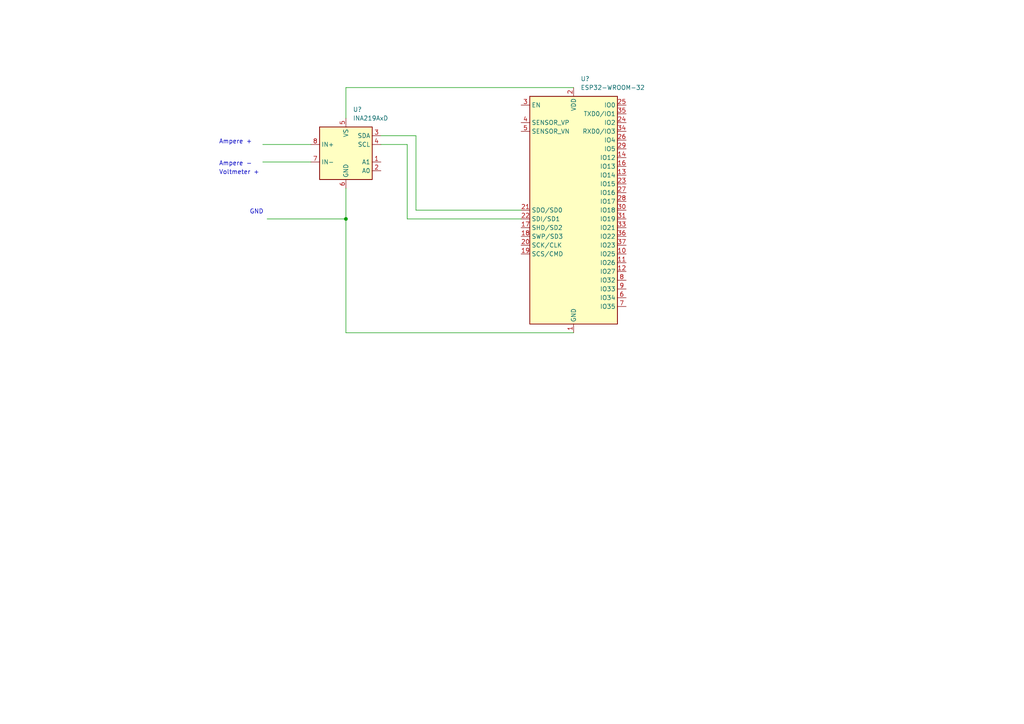
<source format=kicad_sch>
(kicad_sch (version 20211123) (generator eeschema)
  (paper "A4")
  (lib_symbols
    (symbol "Analog_ADC:INA219AxD"
      (property "Reference" "U" (at -6.35 8.89 0))
      (property "Value" "INA219AxD" (at 5.08 8.89 0))
      (symbol "INA219AxD_0_1"
        (rectangle (start -7.62 7.62) (end 7.62 -7.62) (stroke (width 0.254)) (fill (type background)))
      )
      (symbol "INA219AxD_1_1"
        (pin input line (at 10.16 -2.54 180) (length 2.54) (name "A1") (number "1"))
        (pin input line (at 10.16 -5.08 180) (length 2.54) (name "A0") (number "2"))
        (pin bidirectional line (at 10.16 5.08 180) (length 2.54) (name "SDA") (number "3"))
        (pin input line (at 10.16 2.54 180) (length 2.54) (name "SCL") (number "4"))
        (pin power_in line (at 0 10.16 270) (length 2.54) (name "VS") (number "5"))
        (pin power_in line (at 0 -10.16 90) (length 2.54) (name "GND") (number "6"))
        (pin input line (at -10.16 -2.54 0) (length 2.54) (name "IN-") (number "7"))
        (pin input line (at -10.16 2.54 0) (length 2.54) (name "IN+") (number "8"))
      )
    )
    (symbol "RF_Module:ESP32-WROOM-32"
      (property "Reference" "U" (at -12.7 34.29 0))
      (property "Value" "ESP32-WROOM-32" (at 1.27 34.29 0))
      (symbol "ESP32-WROOM-32_0_1"
        (rectangle (start -12.7 33.02) (end 12.7 -33.02) (stroke (width 0.254)) (fill (type background)))
      )
      (symbol "ESP32-WROOM-32_1_1"
        (pin power_in line (at 0 -35.56 90) (length 2.54) (name "GND") (number "1"))
        (pin bidirectional line (at 15.24 -12.7 180) (length 2.54) (name "IO25") (number "10"))
        (pin bidirectional line (at 15.24 -15.24 180) (length 2.54) (name "IO26") (number "11"))
        (pin bidirectional line (at 15.24 -17.78 180) (length 2.54) (name "IO27") (number "12"))
        (pin bidirectional line (at 15.24 10.16 180) (length 2.54) (name "IO14") (number "13"))
        (pin bidirectional line (at 15.24 15.24 180) (length 2.54) (name "IO12") (number "14"))
        (pin passive line (at 0 -35.56 90) (length 2.54) hide (name "GND") (number "15"))
        (pin bidirectional line (at 15.24 12.7 180) (length 2.54) (name "IO13") (number "16"))
        (pin bidirectional line (at -15.24 -5.08 0) (length 2.54) (name "SHD/SD2") (number "17"))
        (pin bidirectional line (at -15.24 -7.62 0) (length 2.54) (name "SWP/SD3") (number "18"))
        (pin bidirectional line (at -15.24 -12.7 0) (length 2.54) (name "SCS/CMD") (number "19"))
        (pin power_in line (at 0 35.56 270) (length 2.54) (name "VDD") (number "2"))
        (pin bidirectional line (at -15.24 -10.16 0) (length 2.54) (name "SCK/CLK") (number "20"))
        (pin bidirectional line (at -15.24 0 0) (length 2.54) (name "SDO/SD0") (number "21"))
        (pin bidirectional line (at -15.24 -2.54 0) (length 2.54) (name "SDI/SD1") (number "22"))
        (pin bidirectional line (at 15.24 7.62 180) (length 2.54) (name "IO15") (number "23"))
        (pin bidirectional line (at 15.24 25.4 180) (length 2.54) (name "IO2") (number "24"))
        (pin bidirectional line (at 15.24 30.48 180) (length 2.54) (name "IO0") (number "25"))
        (pin bidirectional line (at 15.24 20.32 180) (length 2.54) (name "IO4") (number "26"))
        (pin bidirectional line (at 15.24 5.08 180) (length 2.54) (name "IO16") (number "27"))
        (pin bidirectional line (at 15.24 2.54 180) (length 2.54) (name "IO17") (number "28"))
        (pin bidirectional line (at 15.24 17.78 180) (length 2.54) (name "IO5") (number "29"))
        (pin input line (at -15.24 30.48 0) (length 2.54) (name "EN") (number "3"))
        (pin bidirectional line (at 15.24 0 180) (length 2.54) (name "IO18") (number "30"))
        (pin bidirectional line (at 15.24 -2.54 180) (length 2.54) (name "IO19") (number "31"))
        (pin no_connect line (at -12.7 -27.94 0) (length 2.54) hide (name "NC") (number "32"))
        (pin bidirectional line (at 15.24 -5.08 180) (length 2.54) (name "IO21") (number "33"))
        (pin bidirectional line (at 15.24 22.86 180) (length 2.54) (name "RXD0/IO3") (number "34"))
        (pin bidirectional line (at 15.24 27.94 180) (length 2.54) (name "TXD0/IO1") (number "35"))
        (pin bidirectional line (at 15.24 -7.62 180) (length 2.54) (name "IO22") (number "36"))
        (pin bidirectional line (at 15.24 -10.16 180) (length 2.54) (name "IO23") (number "37"))
        (pin passive line (at 0 -35.56 90) (length 2.54) hide (name "GND") (number "38"))
        (pin passive line (at 0 -35.56 90) (length 2.54) hide (name "GND") (number "39"))
        (pin input line (at -15.24 25.4 0) (length 2.54) (name "SENSOR_VP") (number "4"))
        (pin input line (at -15.24 22.86 0) (length 2.54) (name "SENSOR_VN") (number "5"))
        (pin input line (at 15.24 -25.4 180) (length 2.54) (name "IO34") (number "6"))
        (pin input line (at 15.24 -27.94 180) (length 2.54) (name "IO35") (number "7"))
        (pin bidirectional line (at 15.24 -20.32 180) (length 2.54) (name "IO32") (number "8"))
        (pin bidirectional line (at 15.24 -22.86 180) (length 2.54) (name "IO33") (number "9"))
      )
    )
  )
  (junction (at 100.33 63.5))
  (wire (pts (xy 100.33 25.4) (xy 166.37 25.4)))
  (wire (pts (xy 120.65 60.96) (xy 120.65 39.37)))
  (wire (pts (xy 77.47 63.5) (xy 100.33 63.5)))
  (wire (pts (xy 100.33 96.52) (xy 100.33 63.5)))
  (wire (pts (xy 76.2 41.91) (xy 90.17 41.91)))
  (wire (pts (xy 76.2 46.99) (xy 90.17 46.99)))
  (wire (pts (xy 110.49 41.91) (xy 118.11 41.91)))
  (wire (pts (xy 120.65 39.37) (xy 110.49 39.37)))
  (wire (pts (xy 151.13 60.96) (xy 120.65 60.96)))
  (wire (pts (xy 100.33 63.5) (xy 100.33 54.61)))
  (wire (pts (xy 166.37 96.52) (xy 100.33 96.52)))
  (wire (pts (xy 100.33 25.4) (xy 100.33 34.29)))
  (wire (pts (xy 118.11 63.5) (xy 151.13 63.5)))
  (wire (pts (xy 118.11 41.91) (xy 118.11 63.5)))
  (text "Ampere +" (at 63.5 41.91 0) (effects (font (size 1.27 1.27)) (justify left bottom)))
  (text "GND" (at 72.39 62.23 0) (effects (font (size 1.27 1.27)) (justify left bottom)))
  (text "Ampere -" (at 63.5 48.26 0) (effects (font (size 1.27 1.27)) (justify left bottom)))
  (text "Voltmeter +" (at 63.5 50.8 0) (effects (font (size 1.27 1.27)) (justify left bottom)))
  (symbol (lib_id "RF_Module:ESP32-WROOM-32") (at 166.37 60.96 0) (unit 1)
    (property "Reference" "U?" (at 168.3894 22.86 0) (effects (justify left)))
    (property "Value" "ESP32-WROOM-32" (at 168.3894 25.4 0) (effects (justify left)))
    (property "Footprint" "RF_Module:ESP32-WROOM-32" (effects hide))
    (property "Datasheet" "https://www.espressif.com/sites/default/files/documentation/esp32-wroom-32_datasheet_en.pdf" (effects hide))
  )
  (symbol (lib_id "Analog_ADC:INA219AxD") (at 100.33 44.45 0) (unit 1)
    (property "Reference" "U?" (at 102.3494 31.75 0) (effects (justify left)))
    (property "Value" "INA219AxD" (at 102.3494 34.29 0) (effects (justify left)))
    (property "Footprint" "Package_SO:SOIC-8_3.9x4.9mm_P1.27mm" (effects hide))
    (property "Datasheet" "http://www.ti.com/lit/ds/symlink/ina219.pdf" (effects hide))
  )
)
</source>
